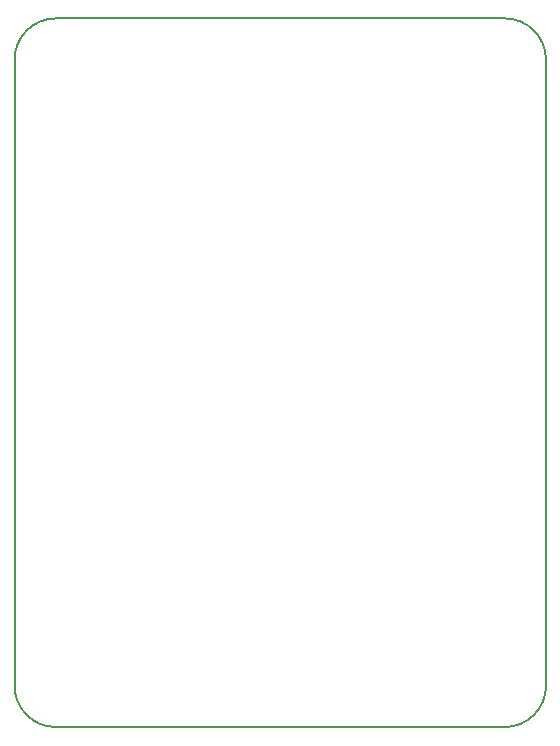
<source format=gbr>
%TF.GenerationSoftware,KiCad,Pcbnew,8.0.0*%
%TF.CreationDate,2024-03-22T12:56:57+01:00*%
%TF.ProjectId,WCH-ETH-LOW,5743482d-4554-4482-9d4c-4f572e6b6963,rev?*%
%TF.SameCoordinates,Original*%
%TF.FileFunction,Profile,NP*%
%FSLAX46Y46*%
G04 Gerber Fmt 4.6, Leading zero omitted, Abs format (unit mm)*
G04 Created by KiCad (PCBNEW 8.0.0) date 2024-03-22 12:56:57*
%MOMM*%
%LPD*%
G01*
G04 APERTURE LIST*
%TA.AperFunction,Profile*%
%ADD10C,0.200000*%
%TD*%
G04 APERTURE END LIST*
D10*
X118660000Y-128580000D02*
G75*
G02*
X115160000Y-132080000I-3500000J0D01*
G01*
X115160000Y-72080000D02*
X77160000Y-72080000D01*
X73660000Y-75580000D02*
X73660000Y-128580000D01*
X115160000Y-72080000D02*
G75*
G02*
X118660000Y-75580000I0J-3500000D01*
G01*
X77160000Y-132080000D02*
G75*
G02*
X73660000Y-128580000I0J3500000D01*
G01*
X73660000Y-75580000D02*
G75*
G02*
X77160000Y-72080000I3500000J0D01*
G01*
X118660000Y-128580000D02*
X118660000Y-75580000D01*
X77160000Y-132080000D02*
X115160000Y-132080000D01*
M02*

</source>
